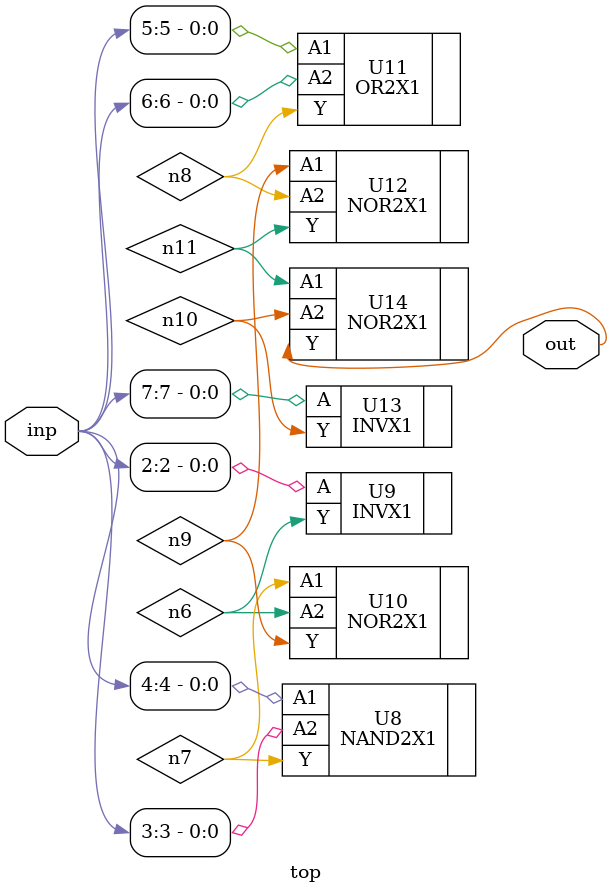
<source format=sv>


module top ( inp, out );
  input [7:0] inp;
  output out;
  wire   n6, n7, n8, n9, n10, n11;

  NAND2X1 U8 ( .A1(inp[4]), .A2(inp[3]), .Y(n7) );
  INVX1 U9 ( .A(inp[2]), .Y(n6) );
  NOR2X1 U10 ( .A1(n7), .A2(n6), .Y(n9) );
  OR2X1 U11 ( .A1(inp[5]), .A2(inp[6]), .Y(n8) );
  NOR2X1 U12 ( .A1(n9), .A2(n8), .Y(n11) );
  INVX1 U13 ( .A(inp[7]), .Y(n10) );
  NOR2X1 U14 ( .A1(n11), .A2(n10), .Y(out) );
endmodule


</source>
